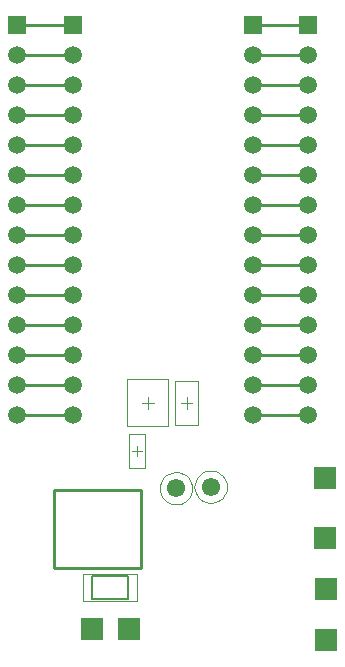
<source format=gbl>
G04*
G04 #@! TF.GenerationSoftware,Altium Limited,Altium Designer,20.1.10 (176)*
G04*
G04 Layer_Physical_Order=2*
G04 Layer_Color=16711680*
%FSLAX25Y25*%
%MOIN*%
G70*
G04*
G04 #@! TF.SameCoordinates,D9A27F9E-3A59-452F-8F74-A4506583EE45*
G04*
G04*
G04 #@! TF.FilePolarity,Positive*
G04*
G01*
G75*
%ADD12C,0.01000*%
%ADD14C,0.00500*%
%ADD15C,0.00197*%
%ADD16C,0.00394*%
%ADD36R,0.07500X0.07500*%
%ADD37C,0.06102*%
%ADD38R,0.07500X0.07500*%
%ADD39R,0.05906X0.05906*%
%ADD40C,0.05906*%
D12*
X91000Y176000D02*
X109500D01*
X12500Y216000D02*
X31000D01*
X12500Y206000D02*
X31000D01*
X12500Y196000D02*
X31000D01*
X12500Y186000D02*
X31000D01*
X12500Y176000D02*
X31000D01*
X12500Y166000D02*
X31000D01*
X12500Y156000D02*
X31000D01*
X12500Y146000D02*
X31000D01*
X12500Y136000D02*
X31000D01*
X12500Y126000D02*
X31000D01*
X12500Y116000D02*
X31000D01*
X12500Y106000D02*
X31000D01*
X12500Y96000D02*
X31000D01*
X12500Y86000D02*
X31000D01*
X91000Y216000D02*
X109500D01*
X91000Y206000D02*
X109500D01*
X91000Y196000D02*
X109500D01*
X91000Y186000D02*
X109500D01*
X91000Y166000D02*
X109500D01*
X91000Y156000D02*
X109500D01*
X91000Y146000D02*
X109500D01*
X91000Y136000D02*
X109500D01*
X91000Y126000D02*
X109500D01*
X91000Y116000D02*
X109500D01*
X91000Y106000D02*
X109500D01*
X91000Y96000D02*
X109500D01*
X91000Y86000D02*
X109500D01*
X53961Y35024D02*
Y61024D01*
X24961D02*
X53961D01*
X24961Y35024D02*
Y61024D01*
Y35024D02*
X53961D01*
D14*
X37594Y24563D02*
X49406D01*
X37594D02*
Y32437D01*
X49406D01*
Y24563D02*
Y32437D01*
X37594Y24563D02*
X49406D01*
X37594D02*
Y32437D01*
X49406D01*
Y24563D02*
Y32437D01*
D15*
X82394Y62000D02*
X82302Y62991D01*
X82029Y63948D01*
X81586Y64839D01*
X80986Y65634D01*
X80250Y66304D01*
X79404Y66828D01*
X78476Y67188D01*
X77498Y67371D01*
X76502D01*
X75524Y67188D01*
X74596Y66828D01*
X73750Y66304D01*
X73014Y65634D01*
X72414Y64839D01*
X71970Y63948D01*
X71698Y62991D01*
X71606Y62000D01*
X71698Y61009D01*
X71970Y60052D01*
X72414Y59161D01*
X73014Y58366D01*
X73750Y57696D01*
X74596Y57172D01*
X75524Y56812D01*
X76502Y56629D01*
X77498D01*
X78476Y56812D01*
X79404Y57172D01*
X80250Y57696D01*
X80986Y58366D01*
X81586Y59161D01*
X82029Y60052D01*
X82302Y61009D01*
X82394Y62000D01*
X70894Y61500D02*
X70802Y62491D01*
X70530Y63448D01*
X70086Y64339D01*
X69486Y65134D01*
X68750Y65804D01*
X67904Y66328D01*
X66976Y66688D01*
X65998Y66871D01*
X65002D01*
X64024Y66688D01*
X63096Y66328D01*
X62250Y65804D01*
X61514Y65134D01*
X60914Y64339D01*
X60470Y63448D01*
X60198Y62491D01*
X60106Y61500D01*
X60198Y60509D01*
X60470Y59552D01*
X60914Y58661D01*
X61514Y57866D01*
X62250Y57196D01*
X63096Y56672D01*
X64024Y56312D01*
X65002Y56129D01*
X65998D01*
X66976Y56312D01*
X67904Y56672D01*
X68750Y57196D01*
X69486Y57866D01*
X70086Y58661D01*
X70530Y59552D01*
X70802Y60509D01*
X70894Y61500D01*
X49744Y68291D02*
X55256D01*
X49744Y79709D02*
X55256D01*
X49744Y68291D02*
Y79709D01*
X55256Y68291D02*
Y79709D01*
X72937Y82717D02*
Y97283D01*
X65063Y82717D02*
Y97283D01*
X72937D01*
X65063Y82717D02*
X72937D01*
X49110Y82126D02*
Y97874D01*
X62890Y82126D02*
Y97874D01*
X49110Y82126D02*
X62890D01*
X49110Y97874D02*
X62890D01*
X34406Y33028D02*
X52594D01*
X34406Y23972D02*
Y33028D01*
Y23972D02*
X52594D01*
Y33028D01*
D16*
X77000Y60032D02*
Y63969D01*
X75032Y62000D02*
X78969D01*
X77000Y60032D02*
Y63969D01*
X75032Y62000D02*
X78969D01*
X65500Y59532D02*
Y63469D01*
X63532Y61500D02*
X67469D01*
X65500Y59532D02*
Y63469D01*
X63532Y61500D02*
X67469D01*
X52500Y72228D02*
Y75772D01*
X50728Y74000D02*
X54272D01*
X67031Y90000D02*
X70968D01*
X69000Y88031D02*
Y91969D01*
X54032Y90000D02*
X57969D01*
X56000Y88032D02*
Y91969D01*
D36*
X115000Y65000D02*
D03*
X115500Y11000D02*
D03*
Y28000D02*
D03*
X115000Y45000D02*
D03*
D37*
X77000Y62000D02*
D03*
X65500Y61500D02*
D03*
D38*
X49949Y14484D02*
D03*
X37449D02*
D03*
D39*
X109500Y216000D02*
D03*
X12500D02*
D03*
X91000D02*
D03*
X31000D02*
D03*
D40*
X109500Y196000D02*
D03*
Y186000D02*
D03*
Y176000D02*
D03*
Y166000D02*
D03*
Y156000D02*
D03*
Y146000D02*
D03*
Y136000D02*
D03*
Y126000D02*
D03*
Y116000D02*
D03*
Y106000D02*
D03*
Y96000D02*
D03*
Y86000D02*
D03*
Y206000D02*
D03*
X12500Y196000D02*
D03*
Y186000D02*
D03*
Y176000D02*
D03*
Y166000D02*
D03*
Y156000D02*
D03*
Y146000D02*
D03*
Y136000D02*
D03*
Y126000D02*
D03*
Y116000D02*
D03*
Y106000D02*
D03*
Y96000D02*
D03*
Y86000D02*
D03*
Y206000D02*
D03*
X91000Y196000D02*
D03*
Y186000D02*
D03*
Y176000D02*
D03*
Y166000D02*
D03*
Y156000D02*
D03*
Y146000D02*
D03*
Y136000D02*
D03*
Y126000D02*
D03*
Y116000D02*
D03*
Y106000D02*
D03*
Y96000D02*
D03*
Y86000D02*
D03*
Y206000D02*
D03*
X31000Y196000D02*
D03*
Y186000D02*
D03*
Y176000D02*
D03*
Y166000D02*
D03*
Y156000D02*
D03*
Y146000D02*
D03*
Y136000D02*
D03*
Y126000D02*
D03*
Y116000D02*
D03*
Y106000D02*
D03*
Y96000D02*
D03*
Y86000D02*
D03*
Y206000D02*
D03*
M02*

</source>
